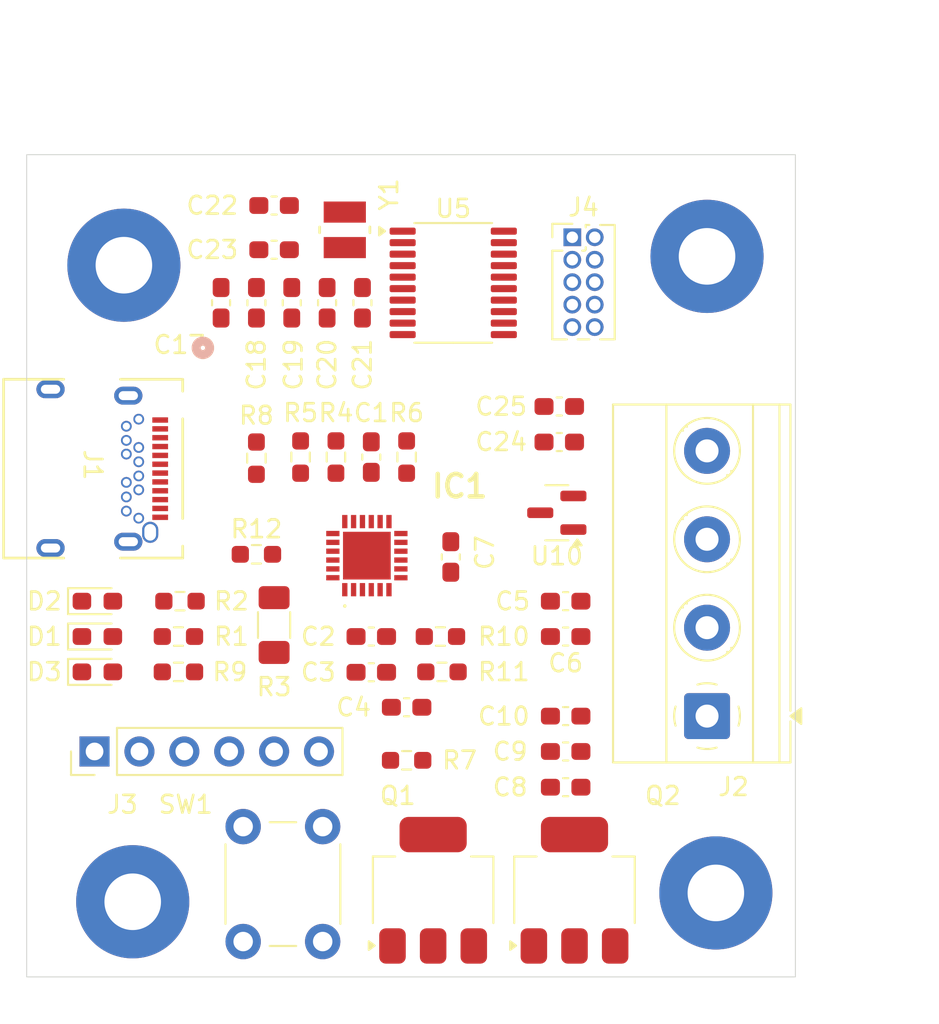
<source format=kicad_pcb>
(kicad_pcb (version 20241229) (generator "pcbnew") (generator_version "9.0")
  (layers (0 "F.Cu" signal) (2 "B.Cu" signal) (13 "F.Paste" user) (15 "B.Paste" user) (5 "F.SilkS" user "F.Silkscreen") (7 "B.SilkS" user "B.Silkscreen") (1 "F.Mask" user) (3 "B.Mask" user) (25 "Edge.Cuts" user))
  (net 0 "")
  (net 1 "Net-(IC1-IFB)")
  (net 2 "GND")
  (net 3 "VBUS")
  (net 4 "+5V")
  (net 5 "+3V3")
  (net 6 "/MCU/OSC_IN")
  (net 7 "/MCU/OSC_OUT")
  (net 8 "Net-(D1-A)")
  (net 9 "Net-(D2-A)")
  (net 10 "/MCU/STATUS_LED")
  (net 11 "/MCU/UART_TX")
  (net 12 "/MCU/UART_RX")
  (net 13 "Net-(IC1-LED)")
  (net 14 "Net-(IC1-OTP)")
  (net 15 "Net-(IC1-VOUT)")
  (net 16 "/MCU/NRST")
  (net 17 "/MCU/I2C_SDA")
  (net 18 "/MCU/I2C_SCL")
  (net 19 "+1V8")
  (net 20 "VOUT")
  (net 21 "Net-(Q1-D)")
  (net 22 "Net-(Q1-G)")
  (net 23 "Net-(IC1-VCC)")
  (net 24 "/USB_C_IC/CC2")
  (net 25 "/USB_C_IC/CC1")
  (net 27 "/USB_C_IC/data_-")
  (net 34 "/USB_C_IC/PWR_EN")
  (net 36 "/USB_C_IC/data_+")
  (net 49 "/MCU/SWCLK")
  (net 55 "/MCU/SWDIO")
  (net 63 "Net-(D3-A)")
  (footprint "LED_SMD:LED_0603_1608Metric_Pad1.05x0.95mm_HandSolder" (layer "F.Cu") (at 122.5 108.5)
    (property "Reference" "D2" (at -3 0 0) (layer "F.SilkS"))
    (property "Value" "LED")
    (fp_line (start -1.66 -0.735) (end -1.66 0.735) (stroke (width 0.12)) (layer "F.SilkS"))
    (fp_line (start -1.66 0.735) (end 0.8 0.735) (stroke (width 0.12)) (layer "F.SilkS"))
    (fp_line (start 0.8 -0.735) (end -1.66 -0.735) (stroke (width 0.12)) (layer "F.SilkS"))
    (pad "1" smd roundrect (at -0.875 0) (size 1.05 0.95) (layers "F.Cu" "F.Mask" "F.Paste") (net 2 "GND"))
    (pad "2" smd roundrect (at 0.875 0) (size 1.05 0.95) (layers "F.Cu" "F.Mask" "F.Paste") (net 9 "Net-(D2-A)"))
  )
  (footprint "Resistor_SMD:R_0603_1608Metric_Pad0.98x0.95mm_HandSolder" (layer "F.Cu") (at 127.0875 112.5)
    (property "Reference" "R9" (at 2.9125 0 0) (layer "F.SilkS"))
    (property "Value" "1k")
    (fp_line (start -0.254724 -0.5225) (end 0.254724 -0.5225) (stroke (width 0.12)) (layer "F.SilkS"))
    (fp_line (start -0.254724 0.5225) (end 0.254724 0.5225) (stroke (width 0.12)) (layer "F.SilkS"))
    (pad "1" smd roundrect (at -0.9125 0) (size 0.975 0.95) (layers "F.Cu" "F.Mask" "F.Paste") (net 63 "Net-(D3-A)"))
    (pad "2" smd roundrect (at 0.9125 0) (size 0.975 0.95) (layers "F.Cu" "F.Mask" "F.Paste") (net 10 "/MCU/STATUS_LED"))
  )
  (footprint "Capacitor_SMD:C_0603_1608Metric_Pad1.08x0.95mm_HandSolder" (layer "F.Cu") (at 140 114.5)
    (property "Reference" "C4" (at -3 0 0) (layer "F.SilkS"))
    (property "Value" "100n")
    (fp_line (start -0.146267 -0.51) (end 0.146267 -0.51) (stroke (width 0.12)) (layer "F.SilkS"))
    (fp_line (start -0.146267 0.51) (end 0.146267 0.51) (stroke (width 0.12)) (layer "F.SilkS"))
    (pad "1" smd roundrect (at -0.8625 0) (size 1.075 0.95) (layers "F.Cu" "F.Mask" "F.Paste") (net 3 "VBUS"))
    (pad "2" smd roundrect (at 0.8625 0) (size 1.075 0.95) (layers "F.Cu" "F.Mask" "F.Paste") (net 2 "GND"))
  )
  (footprint "Capacitor_SMD:C_0603_1608Metric_Pad1.08x0.95mm_HandSolder" (layer "F.Cu") (at 138 110.5)
    (property "Reference" "C2" (at -3 0 0) (layer "F.SilkS"))
    (property "Value" "10u")
    (fp_line (start -0.146267 -0.51) (end 0.146267 -0.51) (stroke (width 0.12)) (layer "F.SilkS"))
    (fp_line (start -0.146267 0.51) (end 0.146267 0.51) (stroke (width 0.12)) (layer "F.SilkS"))
    (pad "1" smd roundrect (at -0.8625 0) (size 1.075 0.95) (layers "F.Cu" "F.Mask" "F.Paste") (net 3 "VBUS"))
    (pad "2" smd roundrect (at 0.8625 0) (size 1.075 0.95) (layers "F.Cu" "F.Mask" "F.Paste") (net 2 "GND"))
  )
  (footprint "Connector_PinHeader_1.27mm:PinHeader_2x05_P1.27mm_Vertical" (layer "F.Cu") (at 149.375 87.92)
    (property "Reference" "J4" (at 0.635 -1.695 0) (layer "F.SilkS"))
    (property "Value" "Conn_ARM_JTAG_SWD_10")
    (fp_line (start -1.13 -0.76) (end 0 -0.76) (stroke (width 0.12)) (layer "F.SilkS"))
    (fp_line (start -1.13 0) (end -1.13 -0.76) (stroke (width 0.12)) (layer "F.SilkS"))
    (fp_line (start -1.13 0.76) (end -1.13 5.775) (stroke (width 0.12)) (layer "F.SilkS"))
    (fp_line (start -1.13 0.76) (end -0.563471 0.76) (stroke (width 0.12)) (layer "F.SilkS"))
    (fp_line (start -1.13 5.775) (end -0.30753 5.775) (stroke (width 0.12)) (layer "F.SilkS"))
    (fp_line (start 0.30753 5.775) (end 0.96247 5.775) (stroke (width 0.12)) (layer "F.SilkS"))
    (fp_line (start 0.563471 0.76) (end 0.706529 0.76) (stroke (width 0.12)) (layer "F.SilkS"))
    (fp_line (start 0.76 -0.695) (end 0.96247 -0.695) (stroke (width 0.12)) (layer "F.SilkS"))
    (fp_line (start 0.76 -0.563471) (end 0.76 -0.695) (stroke (width 0.12)) (layer "F.SilkS"))
    (fp_line (start 0.76 0.706529) (end 0.76 0.563471) (stroke (width 0.12)) (layer "F.SilkS"))
    (fp_line (start 1.57753 -0.695) (end 2.4 -0.695) (stroke (width 0.12)) (layer "F.SilkS"))
    (fp_line (start 1.57753 5.775) (end 2.4 5.775) (stroke (width 0.12)) (layer "F.SilkS"))
    (fp_line (start 2.4 -0.695) (end 2.4 5.775) (stroke (width 0.12)) (layer "F.SilkS"))
    (pad "1" thru_hole rect (at 0 0) (size 1 1) (drill 0.65) (layers "*.Cu" "*.Mask") (net 5 "+3V3"))
    (pad "2" thru_hole oval (at 1.27 0) (size 1 1) (drill 0.65) (layers "*.Cu" "*.Mask") (net 55 "/MCU/SWDIO"))
    (pad "3" thru_hole oval (at 0 1.27) (size 1 1) (drill 0.65) (layers "*.Cu" "*.Mask") (net 2 "GND"))
    (pad "4" thru_hole oval (at 1.27 1.27) (size 1 1) (drill 0.65) (layers "*.Cu" "*.Mask") (net 49 "/MCU/SWCLK"))
    (pad "5" thru_hole oval (at 0 2.54) (size 1 1) (drill 0.65) (layers "*.Cu" "*.Mask") (net 2 "GND"))
    (pad "6" thru_hole oval (at 1.27 2.54) (size 1 1) (drill 0.65) (layers "*.Cu" "*.Mask"))
    (pad "7" thru_hole oval (at 0 3.81) (size 1 1) (drill 0.65) (layers "*.Cu" "*.Mask"))
    (pad "8" thru_hole oval (at 1.27 3.81) (size 1 1) (drill 0.65) (layers "*.Cu" "*.Mask"))
    (pad "9" thru_hole oval (at 0 5.08) (size 1 1) (drill 0.65) (layers "*.Cu" "*.Mask") (net 2 "GND"))
    (pad "10" thru_hole oval (at 1.27 5.08) (size 1 1) (drill 0.65) (layers "*.Cu" "*.Mask") (net 16 "/MCU/NRST"))
  )
  (footprint "Capacitor_SMD:C_0603_1608Metric_Pad1.08x0.95mm_HandSolder" (layer "F.Cu") (at 149 117 180)
    (property "Reference" "C9" (at 3.1375 0 0) (layer "F.SilkS"))
    (property "Value" "1u")
    (fp_line (start -0.146267 0.51) (end 0.146267 0.51) (stroke (width 0.12)) (layer "F.SilkS"))
    (fp_line (start -0.146267 -0.51) (end 0.146267 -0.51) (stroke (width 0.12)) (layer "F.SilkS"))
    (pad "1" smd roundrect (at -0.8625 0 180) (size 1.075 0.95) (layers "F.Cu" "F.Mask" "F.Paste") (net 20 "VOUT"))
    (pad "2" smd roundrect (at 0.8625 0 180) (size 1.075 0.95) (layers "F.Cu" "F.Mask" "F.Paste") (net 2 "GND"))
  )
  (footprint "Resistor_SMD:R_0603_1608Metric_Pad0.98x0.95mm_HandSolder" (layer "F.Cu") (at 127.175 108.5 180)
    (property "Reference" "R2" (at -2.9125 0 0) (layer "F.SilkS"))
    (property "Value" "100k")
    (fp_line (start -0.254724 0.5225) (end 0.254724 0.5225) (stroke (width 0.12)) (layer "F.SilkS"))
    (fp_line (start -0.254724 -0.5225) (end 0.254724 -0.5225) (stroke (width 0.12)) (layer "F.SilkS"))
    (pad "1" smd roundrect (at -0.9125 0 180) (size 0.975 0.95) (layers "F.Cu" "F.Mask" "F.Paste") (net 3 "VBUS"))
    (pad "2" smd roundrect (at 0.9125 0 180) (size 0.975 0.95) (layers "F.Cu" "F.Mask" "F.Paste") (net 9 "Net-(D2-A)"))
  )
  (footprint "MountingHole:MountingHole_3.2mm_M3_Pad" (layer "F.Cu") (at 124.5 125.5)
    (property "Reference" "H4" (hide yes))
    (property "Value" "MountingHole_Pad")
    (pad "1" thru_hole circle (at 0 0) (size 6.4 6.4) (drill 3.2) (layers "*.Cu" "*.Mask") (net 2 "GND"))
  )
  (footprint "Library:SOT-223-3_TabPin2" (layer "F.Cu") (at 149.5 124.85 90)
    (property "Reference" "Q2" (at 5.35 5 180) (layer "F.SilkS"))
    (property "Value" "BUK7880-55A/CUX")
    (fp_line (start 1.91 -3.41) (end 1.91 -2.15) (stroke (width 0.12)) (layer "F.SilkS"))
    (fp_line (start -1.85 -3.41) (end 1.91 -3.41) (stroke (width 0.12)) (layer "F.SilkS"))
    (fp_line (start 1.91 3.41) (end 1.91 2.15) (stroke (width 0.12)) (layer "F.SilkS"))
    (fp_line (start -1.85 3.41) (end 1.91 3.41) (stroke (width 0.12)) (layer "F.SilkS"))
    (fp_poly (pts (xy -3.13 -3.31) (xy -3.37 -3.64) (xy -2.89 -3.64) (xy -3.13 -3.31)) (stroke (width 0.12)) (fill yes) (layer "F.SilkS"))
    (pad "1" smd roundrect (at -3.15 0 90) (size 2 1.5) (layers "F.Cu" "F.Mask" "F.Paste") (net 21 "Net-(Q1-D)"))
    (pad "1" smd roundrect (at 3.15 0 90) (size 2 3.8) (layers "F.Cu" "F.Mask" "F.Paste") (net 21 "Net-(Q1-D)"))
    (pad "2" smd roundrect (at -3.15 -2.3 90) (size 2 1.5) (layers "F.Cu" "F.Mask" "F.Paste") (net 22 "Net-(Q1-G)"))
    (pad "3" smd roundrect (at -3.15 2.3 90) (size 2 1.5) (layers "F.Cu" "F.Mask" "F.Paste") (net 20 "VOUT"))
  )
  (footprint "Capacitor_SMD:C_0603_1608Metric_Pad1.08x0.95mm_HandSolder" (layer "F.Cu") (at 137.5 91.625 -90)
    (property "Reference" "C21" (at 3.5 0 90) (layer "F.SilkS"))
    (property "Value" "10n")
    (fp_line (start -0.146267 0.51) (end 0.146267 0.51) (stroke (width 0.12)) (layer "F.SilkS"))
    (fp_line (start -0.146267 -0.51) (end 0.146267 -0.51) (stroke (width 0.12)) (layer "F.SilkS"))
    (pad "1" smd roundrect (at -0.8625 0 270) (size 1.075 0.95) (layers "F.Cu" "F.Mask" "F.Paste") (net 5 "+3V3"))
    (pad "2" smd roundrect (at 0.8625 0 270) (size 1.075 0.95) (layers "F.Cu" "F.Mask" "F.Paste") (net 2 "GND"))
  )
  (footprint "Button_Switch_THT:SW_PUSH_6mm" (layer "F.Cu") (at 135.25 121.25 -90)
    (property "Reference" "SW1" (at -1.25 7.75 180) (layer "F.SilkS"))
    (property "Value" "SW_Push")
    (fp_line (start 1 5.5) (end 5.5 5.5) (stroke (width 0.12)) (layer "F.SilkS"))
    (fp_line (start 6.75 3) (end 6.75 1.5) (stroke (width 0.12)) (layer "F.SilkS"))
    (fp_line (start -0.25 1.5) (end -0.25 3) (stroke (width 0.12)) (layer "F.SilkS"))
    (fp_line (start 5.5 -1) (end 1 -1) (stroke (width 0.12)) (layer "F.SilkS"))
    (pad "1" thru_hole circle (at 0 0) (size 2 2) (drill 1.1) (layers "*.Cu" "*.Mask") (net 2 "GND"))
    (pad "1" thru_hole circle (at 6.5 0) (size 2 2) (drill 1.1) (layers "*.Cu" "*.Mask") (net 2 "GND"))
    (pad "2" thru_hole circle (at 0 4.5) (size 2 2) (drill 1.1) (layers "*.Cu" "*.Mask") (net 16 "/MCU/NRST"))
    (pad "2" thru_hole circle (at 6.5 4.5) (size 2 2) (drill 1.1) (layers "*.Cu" "*.Mask") (net 16 "/MCU/NRST"))
  )
  (footprint "Resistor_SMD:R_0603_1608Metric_Pad0.98x0.95mm_HandSolder" (layer "F.Cu") (at 131.5 105.85)
    (property "Reference" "R12" (at 0 -1.43 0) (layer "F.SilkS"))
    (property "Value" "10")
    (fp_line (start -0.254724 -0.5225) (end 0.254724 -0.5225) (stroke (width 0.12)) (layer "F.SilkS"))
    (fp_line (start -0.254724 0.5225) (end 0.254724 0.5225) (stroke (width 0.12)) (layer "F.SilkS"))
    (pad "1" smd roundrect (at -0.9125 0) (size 0.975 0.95) (layers "F.Cu" "F.Mask" "F.Paste") (net 22 "Net-(Q1-G)"))
    (pad "2" smd roundrect (at 0.9125 0) (size 0.975 0.95) (layers "F.Cu" "F.Mask" "F.Paste") (net 34 "/USB_C_IC/PWR_EN"))
  )
  (footprint "footprints:CONN24_4056-03-A_GCT" (layer "F.Cu") (at 126.0544 98.255507 -90)
    (property "Reference" "J1" (at 2.54 3.81 270) (layer "F.SilkS"))
    (property "Value" "USB_C_Receptacle")
    (fp_line (start -2.303907 8.8616) (end 7.805293 8.8616) (stroke (width 0.1524)) (layer "F.SilkS"))
    (fp_line (start 7.805293 8.8616) (end 7.805293 5.45674) (stroke (width 0.1524)) (layer "F.SilkS"))
    (fp_line (start -2.303907 5.45674) (end -2.303907 8.8616) (stroke (width 0.1524)) (layer "F.SilkS"))
    (fp_line (start 7.805293 2.25126) (end 7.805293 -1.273) (stroke (width 0.1524)) (layer "F.SilkS"))
    (fp_line (start -2.303907 -1.273) (end -2.303907 2.25126) (stroke (width 0.1524)) (layer "F.SilkS"))
    (fp_line (start -1.628972 -1.273) (end -2.303907 -1.273) (stroke (width 0.1524)) (layer "F.SilkS"))
    (fp_line (start 5.571029 -1.273) (end -0.069643 -1.273) (stroke (width 0.1524)) (layer "F.SilkS"))
    (fp_line (start 7.805293 -1.273) (end 7.130358 -1.273) (stroke (width 0.1524)) (layer "F.SilkS"))
    (fp_circle (center -4.081907 -2.416) (end -3.700907 -2.416) (stroke (width 0.508)) (fill no) (layer "F.SilkS"))
    (fp_circle (center -4.081907 -2.416) (end -3.700907 -2.416) (stroke (width 0.508)) (fill no) (layer "B.SilkS"))
    (pad "" np_thru_hole circle (at -0.849307 0.565 270) (size 0.6604 0.6604) (drill 0.6604) (layers "*.Cu" "*.Mask"))
    (pad "25" thru_hole oval (at -1.379306 1.805) (size 1.6002 1.016) (drill oval 1.0922 0.508) (layers "*.Cu" "*.Mask"))
    (pad "26" thru_hole oval (at -1.739308 6.205) (size 1.6002 1.016) (drill oval 1.0922 0.508) (layers "*.Cu" "*.Mask"))
    (pad "27" thru_hole oval (at 6.880692 1.805) (size 1.6002 1.016) (drill oval 1.0922 0.508) (layers "*.Cu" "*.Mask"))
    (pad "28" thru_hole oval (at 7.240694 6.205) (size 1.6002 1.016) (drill oval 1.0922 0.508) (layers "*.Cu" "*.Mask"))
    (pad "29" thru_hole oval (at 6.350693 0.565 270) (size 1.1938 0.9144) (drill oval 0.9398 0.6604) (layers "*.Cu" "*.Mask"))
    (pad "A1" smd rect (at 0 0 270) (size 0.3048 0.889) (layers "F.Cu" "F.Mask" "F.Paste") (net 2 "GND"))
    (pad "A2" smd rect (at 0.500126 0 270) (size 0.3048 0.889) (layers "F.Cu" "F.Mask" "F.Paste"))
    (pad "A3" smd rect (at 1.000252 0 270) (size 0.3048 0.889) (layers "F.Cu" "F.Mask" "F.Paste"))
    (pad "A4" smd rect (at 1.500378 0 270) (size 0.3048 0.889) (layers "F.Cu" "F.Mask" "F.Paste") (net 3 "VBUS"))
    (pad "A5" smd rect (at 2.000504 0 270) (size 0.3048 0.889) (layers "F.Cu" "F.Mask" "F.Paste") (net 25 "/USB_C_IC/CC1"))
    (pad "A6" smd rect (at 2.50063 0 270) (size 0.3048 0.889) (layers "F.Cu" "F.Mask" "F.Paste") (net 36 "/USB_C_IC/data_+"))
    (pad "A7" smd rect (at 3.000756 0 270) (size 0.3048 0.889) (layers "F.Cu" "F.Mask" "F.Paste") (net 27 "/USB_C_IC/data_-"))
    (pad "A8" smd rect (at 3.500882 0 270) (size 0.3048 0.889) (layers "F.Cu" "F.Mask" "F.Paste"))
    (pad "A9" smd rect (at 4.001008 0 270) (size 0.3048 0.889) (layers "F.Cu" "F.Mask" "F.Paste") (net 3 "VBUS"))
    (pad "A10" smd rect (at 4.501134 0 270) (size 0.3048 0.889) (layers "F.Cu" "F.Mask" "F.Paste"))
    (pad "A11" smd rect (at 5.00126 0 270) (size 0.3048 0.889) (layers "F.Cu" "F.Mask" "F.Paste"))
    (pad "A12" smd rect (at 5.501386 0 270) (size 0.3048 0.889) (layers "F.Cu" "F.Mask" "F.Paste") (net 2 "GND"))
    (pad "B1" thru_hole circle (at 5.550886 1.215 270) (size 0.6096 0.6096) (drill 0.4064) (layers "*.Cu" "*.Mask") (net 2 "GND"))
    (pad "B2" thru_hole circle (at 5.15076 1.915 270) (size 0.6096 0.6096) (drill 0.4064) (layers "*.Cu" "*.Mask"))
    (pad "B3" thru_hole circle (at 4.350634 1.915 270) (size 0.6096 0.6096) (drill 0.4064) (layers "*.Cu" "*.Mask"))
    (pad "B4" thru_hole circle (at 3.950508 1.215 270) (size 0.6096 0.6096) (drill 0.4064) (layers "*.Cu" "*.Mask") (net 3 "VBUS"))
    (pad "B5" thru_hole circle (at 3.525882 1.915 270) (size 0.6096 0.6096) (drill 0.4064) (layers "*.Cu" "*.Mask") (net 24 "/USB_C_IC/CC2"))
    (pad "B6" thru_hole circle (at 3.163256 1.215 270) (size 0.6096 0.6096) (drill 0.4064) (layers "*.Cu" "*.Mask") (net 36 "/USB_C_IC/data_+"))
    (pad "B7" thru_hole circle (at 2.36313 1.215 270) (size 0.6096 0.6096) (drill 0.4064) (layers "*.Cu" "*.Mask") (net 27 "/USB_C_IC/data_-"))
    (pad "B8" thru_hole circle (at 1.925504 1.915 270) (size 0.6096 0.6096) (drill 0.4064) (layers "*.Cu" "*.Mask"))
    (pad "B9" thru_hole circle (at 1.550878 1.215 270) (size 0.6096 0.6096) (drill 0.4064) (layers "*.Cu" "*.Mask") (net 3 "VBUS"))
    (pad "B10" thru_hole circle (at 1.150752 1.915 270) (size 0.6096 0.6096) (drill 0.4064) (layers "*.Cu" "*.Mask"))
    (pad "B11" thru_hole circle (at 0.350626 1.915 270) (size 0.6096 0.6096) (drill 0.4064) (layers "*.Cu" "*.Mask"))
    (pad "B12" thru_hole circle (at -0.0495 1.215 270) (size 0.6096 0.6096) (drill 0.4064) (layers "*.Cu" "*.Mask") (net 2 "GND"))
  )
  (footprint "MountingHole:MountingHole_3.2mm_M3_Pad" (layer "F.Cu") (at 124 89.5)
    (property "Reference" "H3" (hide yes))
    (property "Value" "MountingHole_Pad")
    (pad "1" thru_hole circle (at 0 0) (size 6.4 6.4) (drill 3.2) (layers "*.Cu" "*.Mask") (net 2 "GND"))
  )
  (footprint "Capacitor_SMD:C_0603_1608Metric_Pad1.08x0.95mm_HandSolder" (layer "F.Cu") (at 149 110.5)
    (property "Reference" "C6" (at 0 1.5 0) (layer "F.SilkS"))
    (property "Value" "100n")
    (fp_line (start -0.146267 -0.51) (end 0.146267 -0.51) (stroke (width 0.12)) (layer "F.SilkS"))
    (fp_line (start -0.146267 0.51) (end 0.146267 0.51) (stroke (width 0.12)) (layer "F.SilkS"))
    (pad "1" smd roundrect (at -0.8625 0) (size 1.075 0.95) (layers "F.Cu" "F.Mask" "F.Paste") (net 4 "+5V"))
    (pad "2" smd roundrect (at 0.8625 0) (size 1.075 0.95) (layers "F.Cu" "F.Mask" "F.Paste") (net 2 "GND"))
  )
  (footprint "TerminalBlock_Phoenix:TerminalBlock_Phoenix_MKDS-1,5-4_1x04_P5.00mm_Horizontal" (layer "F.Cu") (at 157 115 90)
    (property "Reference" "J2" (at -4 1.5 180) (layer "F.SilkS"))
    (property "Value" "Screw_Terminal_01x04")
    (fp_line (start 17.62 -5.32) (end 17.62 4.72) (stroke (width 0.12)) (layer "F.SilkS"))
    (fp_line (start -2.62 -5.32) (end 17.62 -5.32) (stroke (width 0.12)) (layer "F.SilkS"))
    (fp_line (start -2.62 -5.32) (end -2.62 4.72) (stroke (width 0.12)) (layer "F.SilkS"))
    (fp_line (start -2.62 -2.3) (end 17.62 -2.3) (stroke (width 0.12)) (layer "F.SilkS"))
    (fp_line (start 16.184 -1.411) (end 16.14 -1.367) (stroke (width 0.12)) (layer "F.SilkS"))
    (fp_line (start 11.184 -1.411) (end 11.14 -1.367) (stroke (width 0.12)) (layer "F.SilkS"))
    (fp_line (start 6.184 -1.411) (end 6.14 -1.367) (stroke (width 0.12)) (layer "F.SilkS"))
    (fp_line (start 16.411 -1.184) (end 16.367 -1.14) (stroke (width 0.12)) (layer "F.SilkS"))
    (fp_line (start 11.411 -1.184) (end 11.367 -1.14) (stroke (width 0.12)) (layer "F.SilkS"))
    (fp_line (start 6.411 -1.184) (end 6.367 -1.14) (stroke (width 0.12)) (layer "F.SilkS"))
    (fp_line (start 13.633 1.14) (end 13.589 1.183) (stroke (width 0.12)) (layer "F.SilkS"))
    (fp_line (start 8.633 1.14) (end 8.589 1.183) (stroke (width 0.12)) (layer "F.SilkS"))
    (fp_line (start 3.633 1.14) (end 3.589 1.183) (stroke (width 0.12)) (layer "F.SilkS"))
    (fp_line (start 13.86 1.367) (end 13.816 1.41) (stroke (width 0.12)) (layer "F.SilkS"))
    (fp_line (start 8.86 1.367) (end 8.816 1.41) (stroke (width 0.12)) (layer "F.SilkS"))
    (fp_line (start 3.86 1.367) (end 3.816 1.41) (stroke (width 0.12)) (layer "F.SilkS"))
    (fp_line (start -2.62 2.6) (end 17.62 2.6) (stroke (width 0.12)) (layer "F.SilkS"))
    (fp_line (start -2.62 4.1) (end 17.62 4.1) (stroke (width 0.12)) (layer "F.SilkS"))
    (fp_line (start 0.3 4.72) (end 17.62 4.72) (stroke (width 0.12)) (layer "F.SilkS"))
    (fp_line (start -2.62 4.72) (end -0.3 4.72) (stroke (width 0.12)) (layer "F.SilkS"))
    (fp_arc (start -0.54 -1.78) (mid -0.000355 -1.860107) (end 0.539321 -1.780206) (stroke (width 0.12)) (layer "F.SilkS"))
    (fp_arc (start 1.78 -0.54) (mid 1.860107 -0.000355) (end 1.780206 0.539321) (stroke (width 0.12)) (layer "F.SilkS"))
    (fp_arc (start -1.78 0.54) (mid -1.860107 0.000355) (end -1.780206 -0.539321) (stroke (width 0.12)) (layer "F.SilkS"))
    (fp_arc (start 0.54 1.78) (mid 0.000355 1.860107) (end -0.539321 1.780206) (stroke (width 0.12)) (layer "F.SilkS"))
    (fp_circle (center 15 0) (end 16.86 0) (stroke (width 0.12)) (fill no) (layer "F.SilkS"))
    (fp_circle (center 10 0) (end 11.86 0) (stroke (width 0.12)) (fill no) (layer "F.SilkS"))
    (fp_circle (center 5 0) (end 6.86 0) (stroke (width 0.12)) (fill no) (layer "F.SilkS"))
    (fp_poly (pts (xy 0 4.72) (xy 0.44 5.33) (xy -0.44 5.33) (xy 0 4.72)) (stroke (width 0.12)) (fill yes) (layer "F.SilkS"))
    (pad "1" thru_hole roundrect (at 0 0 90) (size 2.6 2.6) (drill 1.3) (layers "*.Cu" "*.Mask") (roundrect_rratio 0.096154) (net 20 "VOUT"))
    (pad "2" thru_hole circle (at 5 0 90) (size 2.6 2.6) (drill 1.3) (layers "*.Cu" "*.Mask") (net 20 "VOUT"))
    (pad "3" thru_hole circle (at 10 0 90) (size 2.6 2.6) (drill 1.3) (layers "*.Cu" "*.Mask") (net 2 "GND"))
    (pad "4" thru_hole circle (at 15 0 90) (size 2.6 2.6) (drill 1.3) (layers "*.Cu" "*.Mask") (net 2 "GND"))
  )
  (footprint "Package_SO:TSSOP-20_4.4x6.5mm_P0.65mm" (layer "F.Cu") (at 142.6375 90.5)
    (property "Reference" "U5" (at 0 -4.2 0) (layer "F.SilkS"))
    (property "Value" "STM32C011F6Px")
    (fp_line (start 0 -3.385) (end -2.2 -3.385) (stroke (width 0.12)) (layer "F.SilkS"))
    (fp_line (start 0 -3.385) (end 2.2 -3.385) (stroke (width 0.12)) (layer "F.SilkS"))
    (fp_line (start 0 3.385) (end -2.2 3.385) (stroke (width 0.12)) (layer "F.SilkS"))
    (fp_line (start 0 3.385) (end 2.2 3.385) (stroke (width 0.12)) (layer "F.SilkS"))
    (fp_poly (pts (xy -3.86 -2.925) (xy -4.19 -3.165) (xy -4.19 -2.685) (xy -3.86 -2.925)) (stroke (width 0.12)) (fill yes) (layer "F.SilkS"))
    (pad "1" smd roundrect (at -2.8625 -2.925) (size 1.475 0.4) (layers "F.Cu" "F.Mask" "F.Paste") (net 17 "/MCU/I2C_SDA"))
    (pad "2" smd roundrect (at -2.8625 -2.275) (size 1.475 0.4) (layers "F.Cu" "F.Mask" "F.Paste") (net 6 "/MCU/OSC_IN"))
    (pad "3" smd roundrect (at -2.8625 -1.625) (size 1.475 0.4) (layers "F.Cu" "F.Mask" "F.Paste") (net 7 "/MCU/OSC_OUT"))
    (pad "4" smd roundrect (at -2.8625 -0.975) (size 1.475 0.4) (layers "F.Cu" "F.Mask" "F.Paste") (net 5 "+3V3"))
    (pad "5" smd roundrect (at -2.8625 -0.325) (size 1.475 0.4) (layers "F.Cu" "F.Mask" "F.Paste") (net 2 "GND"))
    (pad "6" smd roundrect (at -2.8625 0.325) (size 1.475 0.4) (layers "F.Cu" "F.Mask" "F.Paste") (net 16 "/MCU/NRST"))
    (pad "7" smd roundrect (at -2.8625 0.975) (size 1.475 0.4) (layers "F.Cu" "F.Mask" "F.Paste") (net 11 "/MCU/UART_TX"))
    (pad "8" smd roundrect (at -2.8625 1.625) (size 1.475 0.4) (layers "F.Cu" "F.Mask" "F.Paste") (net 12 "/MCU/UART_RX"))
    (pad "9" smd roundrect (at -2.8625 2.275) (size 1.475 0.4) (layers "F.Cu" "F.Mask" "F.Paste"))
    (pad "10" smd roundrect (at -2.8625 2.925) (size 1.475 0.4) (layers "F.Cu" "F.Mask" "F.Paste"))
    (pad "11" smd roundrect (at 2.8625 2.925) (size 1.475 0.4) (layers "F.Cu" "F.Mask" "F.Paste") (net 10 "/MCU/STATUS_LED"))
    (pad "12" smd roundrect (at 2.8625 2.275) (size 1.475 0.4) (layers "F.Cu" "F.Mask" "F.Paste"))
    (pad "13" smd roundrect (at 2.8625 1.625) (size 1.475 0.4) (layers "F.Cu" "F.Mask" "F.Paste"))
    (pad "14" smd roundrect (at 2.8625 0.975) (size 1.475 0.4) (layers "F.Cu" "F.Mask" "F.Paste"))
    (pad "15" smd roundrect (at 2.8625 0.325) (size 1.475 0.4) (layers "F.Cu" "F.Mask" "F.Paste"))
    (pad "16" smd roundrect (at 2.8625 -0.325) (size 1.475 0.4) (layers "F.Cu" "F.Mask" "F.Paste"))
    (pad "17" smd roundrect (at 2.8625 -0.975) (size 1.475 0.4) (layers "F.Cu" "F.Mask" "F.Paste"))
    (pad "18" smd roundrect (at 2.8625 -1.625) (size 1.475 0.4) (layers "F.Cu" "F.Mask" "F.Paste") (net 55 "/MCU/SWDIO"))
    (pad "19" smd roundrect (at 2.8625 -2.275) (size 1.475 0.4) (layers "F.Cu" "F.Mask" "F.Paste") (net 49 "/MCU/SWCLK"))
    (pad "20" smd roundrect (at 2.8625 -2.925) (size 1.475 0.4) (layers "F.Cu" "F.Mask" "F.Paste") (net 18 "/MCU/I2C_SCL"))
  )
  (footprint "Resistor_SMD:R_0603_1608Metric_Pad0.98x0.95mm_HandSolder" (layer "F.Cu") (at 142 112.5 180)
    (property "Reference" "R11" (at -3.5 0 0) (layer "F.SilkS"))
    (property "Value" "*")
    (fp_line (start -0.254724 0.5225) (end 0.254724 0.5225) (stroke (width 0.12)) (layer "F.SilkS"))
    (fp_line (start -0.254724 -0.5225) (end 0.254724 -0.5225) (stroke (width 0.12)) (layer "F.SilkS"))
    (pad "1" smd roundrect (at -0.9125 0 180) (size 0.975 0.95) (layers "F.Cu" "F.Mask" "F.Paste") (net 4 "+5V"))
    (pad "2" smd roundrect (at 0.9125 0 180) (size 0.975 0.95) (layers "F.Cu" "F.Mask" "F.Paste") (net 17 "/MCU/I2C_SDA"))
  )
  (footprint "Capacitor_SMD:C_0603_1608Metric_Pad1.08x0.95mm_HandSolder" (layer "F.Cu") (at 138 112.52)
    (property "Reference" "C3" (at -3 0 0) (layer "F.SilkS"))
    (property "Value" "1u")
    (fp_line (start -0.146267 -0.51) (end 0.146267 -0.51) (stroke (width 0.12)) (layer "F.SilkS"))
    (fp_line (start -0.146267 0.51) (end 0.146267 0.51) (stroke (width 0.12)) (layer "F.SilkS"))
    (pad "1" smd roundrect (at -0.8625 0) (size 1.075 0.95) (layers "F.Cu" "F.Mask" "F.Paste") (net 3 "VBUS"))
    (pad "2" smd roundrect (at 0.8625 0) (size 1.075 0.95) (layers "F.Cu" "F.Mask" "F.Paste") (net 2 "GND"))
  )
  (footprint "Library:SOT-223-3_TabPin2" (layer "F.Cu") (at 141.5 124.85 90)
    (property "Reference" "Q1" (at 5.35 -2 180) (layer "F.SilkS"))
    (property "Value" "BUK7880-55A/CUX")
    (fp_line (start 1.91 -3.41) (end 1.91 -2.15) (stroke (width 0.12)) (layer "F.SilkS"))
    (fp_line (start -1.85 -3.41) (end 1.91 -3.41) (stroke (width 0.12)) (layer "F.SilkS"))
    (fp_line (start 1.91 3.41) (end 1.91 2.15) (stroke (width 0.12)) (layer "F.SilkS"))
    (fp_line (start -1.85 3.41) (end 1.91 3.41) (stroke (width 0.12)) (layer "F.SilkS"))
    (fp_poly (pts (xy -3.13 -3.31) (xy -3.37 -3.64) (xy -2.89 -3.64) (xy -3.13 -3.31)) (stroke (width 0.12)) (fill yes) (layer "F.SilkS"))
    (pad "1" smd roundrect (at -3.15 0 90) (size 2 1.5) (layers "F.Cu" "F.Mask" "F.Paste") (net 21 "Net-(Q1-D)"))
    (pad "1" smd roundrect (at 3.15 0 90) (size 2 3.8) (layers "F.Cu" "F.Mask" "F.Paste") (net 21 "Net-(Q1-D)"))
    (pad "2" smd roundrect (at -3.15 -2.3 90) (size 2 1.5) (layers "F.Cu" "F.Mask" "F.Paste") (net 22 "Net-(Q1-G)"))
    (pad "3" smd roundrect (at -3.15 2.3 90) (size 2 1.5) (layers "F.Cu" "F.Mask" "F.Paste") (net 23 "Net-(IC1-VCC)"))
  )
  (footprint "Connector_PinHeader_2.54mm:PinHeader_1x06_P2.54mm_Vertical" (layer "F.Cu") (at 122.34 117 90)
    (property "Reference" "J3" (at -3 1.58 180) (layer "F.SilkS"))
    (property "Value" "Conn_01x06_Pin")
    (fp_line (start -1.33 -1.33) (end 0 -1.33) (stroke (width 0.12)) (layer "F.SilkS"))
    (fp_line (start -1.33 0) (end -1.33 -1.33) (stroke (width 0.12)) (layer "F.SilkS"))
    (fp_line (start 1.33 1.27) (end 1.33 14.03) (stroke (width 0.12)) (layer "F.SilkS"))
    (fp_line (start -1.33 1.27) (end 1.33 1.27) (stroke (width 0.12)) (layer "F.SilkS"))
    (fp_line (start -1.33 1.27) (end -1.33 14.03) (stroke (width 0.12)) (layer "F.SilkS"))
    (fp_line (start -1.33 14.03) (end 1.33 14.03) (stroke (width 0.12)) (layer "F.SilkS"))
    (pad "1" thru_hole rect (at 0 0 90) (size 1.7 1.7) (drill 1) (layers "*.Cu" "*.Mask") (net 2 "GND"))
    (pad "2" thru_hole oval (at 0 2.54 90) (size 1.7 1.7) (drill 1) (layers "*.Cu" "*.Mask"))
    (pad "3" thru_hole oval (at 0 5.08 90) (size 1.7 1.7) (drill 1) (layers "*.Cu" "*.Mask"))
    (pad "4" thru_hole oval (at 0 7.62 90) (size 1.7 1.7) (drill 1) (layers "*.Cu" "*.Mask") (net 12 "/MCU/UART_RX"))
    (pad "5" thru_hole oval (at 0 10.16 90) (size 1.7 1.7) (drill 1) (layers "*.Cu" "*.Mask") (net 11 "/MCU/UART_TX"))
    (pad "6" thru_hole oval (at 0 12.7 90) (size 1.7 1.7) (drill 1) (layers "*.Cu" "*.Mask"))
  )
  (footprint "Resistor_SMD:R_0603_1608Metric_Pad0.98x0.95mm_HandSolder" (layer "F.Cu") (at 134 100.35 -90)
    (property "Reference" "R5" (at -2.5 0 180) (layer "F.SilkS"))
    (property "Value" "5.1k")
    (fp_line (start -0.254724 0.5225) (end 0.254724 0.5225) (stroke (width 0.12)) (layer "F.SilkS"))
    (fp_line (start -0.254724 -0.5225) (end 0.254724 -0.5225) (stroke (width 0.12)) (layer "F.SilkS"))
    (pad "1" smd roundrect (at -0.9125 0 270) (size 0.975 0.95) (layers "F.Cu" "F.Mask" "F.Paste") (net 2 "GND"))
    (pad "2" smd roundrect (at 0.9125 0 270) (size 0.975 0.95) (layers "F.Cu" "F.Mask" "F.Paste") (net 25 "/USB_C_IC/CC1"))
  )
  (footprint "Capacitor_SMD:C_0603_1608Metric_Pad1.08x0.95mm_HandSolder" (layer "F.Cu") (at 133.5 91.625 -90)
    (property "Reference" "C19" (at 3.5 -0.0925 90) (layer "F.SilkS"))
    (property "Value" "100n")
    (fp_line (start -0.146267 0.51) (end 0.146267 0.51) (stroke (width 0.12)) (layer "F.SilkS"))
    (fp_line (start -0.146267 -0.51) (end 0.146267 -0.51) (stroke (width 0.12)) (layer "F.SilkS"))
    (pad "1" smd roundrect (at -0.8625 0 270) (size 1.075 0.95) (layers "F.Cu" "F.Mask" "F.Paste") (net 5 "+3V3"))
    (pad "2" smd roundrect (at 0.8625 0 270) (size 1.075 0.95) (layers "F.Cu" "F.Mask" "F.Paste") (net 2 "GND"))
  )
  (footprint "Capacitor_SMD:C_0603_1608Metric_Pad1.08x0.95mm_HandSolder" (layer "F.Cu") (at 149 115 180)
    (property "Reference" "C10" (at 3.5 -0.01 0) (layer "F.SilkS"))
    (property "Value" "100n")
    (fp_line (start -0.146267 0.51) (end 0.146267 0.51) (stroke (width 0.12)) (layer "F.SilkS"))
    (fp_line (start -0.146267 -0.51) (end 0.146267 -0.51) (stroke (width 0.12)) (layer "F.SilkS"))
    (pad "1" smd roundrect (at -0.8625 0 180) (size 1.075 0.95) (layers "F.Cu" "F.Mask" "F.Paste") (net 20 "VOUT"))
    (pad "2" smd roundrect (at 0.8625 0 180) (size 1.075 0.95) (layers "F.Cu" "F.Mask" "F.Paste") (net 2 "GND"))
  )
  (footprint "Capacitor_SMD:C_0603_1608Metric_Pad1.08x0.95mm_HandSolder" (layer "F.Cu") (at 135.5 91.625 -90)
    (property "Reference" "C20" (at 3.5 0 90) (layer "F.SilkS"))
    (property "Value" "100n")
    (fp_line (start -0.146267 0.51) (end 0.146267 0.51) (stroke (width 0.12)) (layer "F.SilkS"))
    (fp_line (start -0.146267 -0.51) (end 0.146267 -0.51) (stroke (width 0.12)) (layer "F.SilkS"))
    (pad "1" smd roundrect (at -0.8625 0 270) (size 1.075 0.95) (layers "F.Cu" "F.Mask" "F.Paste") (net 5 "+3V3"))
    (pad "2" smd roundrect (at 0.8625 0 270) (size 1.075 0.95) (layers "F.Cu" "F.Mask" "F.Paste") (net 2 "GND"))
  )
  (footprint "Capacitor_SMD:C_0603_1608Metric_Pad1.08x0.95mm_HandSolder" (layer "F.Cu") (at 142.5 106 -90)
    (property "Reference" "C7" (at -0.25 -1.925 90) (layer "F.SilkS"))
    (property "Value" "100n")
    (fp_line (start -0.146267 0.51) (end 0.146267 0.51) (stroke (width 0.12)) (layer "F.SilkS"))
    (fp_line (start -0.146267 -0.51) (end 0.146267 -0.51) (stroke (width 0.12)) (layer "F.SilkS"))
    (pad "1" smd roundrect (at -0.8625 0 270) (size 1.075 0.95) (layers "F.Cu" "F.Mask" "F.Paste") (net 19 "+1V8"))
    (pad "2" smd roundrect (at 0.8625 0 270) (size 1.075 0.95) (layers "F.Cu" "F.Mask" "F.Paste") (net 2 "GND"))
  )
  (footprint "Capacitor_SMD:C_0603_1608Metric_Pad1.08x0.95mm_HandSolder" (layer "F.Cu") (at 132.5 86.125)
    (property "Reference" "C22" (at -3.5 0 0) (layer "F.SilkS"))
    (property "Value" "*")
    (fp_line (start -0.146267 -0.51) (end 0.146267 -0.51) (stroke (width 0.12)) (layer "F.SilkS"))
    (fp_line (start -0.146267 0.51) (end 0.146267 0.51) (stroke (width 0.12)) (layer "F.SilkS"))
    (pad "1" smd roundrect (at -0.8625 0) (size 1.075 0.95) (layers "F.Cu" "F.Mask" "F.Paste") (net 2 "GND"))
    (pad "2" smd roundrect (at 0.8625 0) (size 1.075 0.95) (layers "F.Cu" "F.Mask" "F.Paste") (net 6 "/MCU/OSC_IN"))
  )
  (footprint "Capacitor_SMD:C_0603_1608Metric_Pad1.08x0.95mm_HandSolder" (layer "F.Cu") (at 138 100.35 90)
    (property "Reference" "C1" (at 2.5 0 180) (layer "F.SilkS"))
    (property "Value" "100n")
    (fp_line (start -0.146267 -0.51) (end 0.146267 -0.51) (stroke (width 0.12)) (layer "F.SilkS"))
    (fp_line (start -0.146267 0.51) (end 0.146267 0.51) (stroke (width 0.12)) (layer "F.SilkS"))
    (pad "1" smd roundrect (at -0.8625 0 90) (size 1.075 0.95) (layers "F.Cu" "F.Mask" "F.Paste") (net 1 "Net-(IC1-IFB)"))
    (pad "2" smd roundrect (at 0.8625 0 90) (size 1.075 0.95) (layers "F.Cu" "F.Mask" "F.Paste") (net 2 "GND"))
  )
  (footprint "Capacitor_SMD:C_0603_1608Metric_Pad1.08x0.95mm_HandSolder" (layer "F.Cu") (at 148.6375 97.49 180)
    (property "Reference" "C25" (at 3.2875 0 0) (layer "F.SilkS"))
    (property "Value" "100n")
    (fp_line (start -0.146267 0.51) (end 0.146267 0.51) (stroke (width 0.12)) (layer "F.SilkS"))
    (fp_line (start -0.146267 -0.51) (end 0.146267 -0.51) (stroke (width 0.12)) (layer "F.SilkS"))
    (pad "1" smd roundrect (at -0.8625 0 180) (size 1.075 0.95) (layers "F.Cu" "F.Mask" "F.Paste") (net 5 "+3V3"))
    (pad "2" smd roundrect (at 0.8625 0 180) (size 1.075 0.95) (layers "F.Cu" "F.Mask" "F.Paste") (net 2 "GND"))
  )
  (footprint "Resistor_SMD:R_0603_1608Metric_Pad0.98x0.95mm_HandSolder" (layer "F.Cu") (at 140 100.35 90)
    (property "Reference" "R6" (at 2.5 0 180) (layer "F.SilkS"))
    (property "Value" "10k")
    (fp_line (start -0.254724 -0.5225) (end 0.254724 -0.5225) (stroke (width 0.12)) (layer "F.SilkS"))
    (fp_line (start -0.254724 0.5225) (end 0.254724 0.5225) (stroke (width 0.12)) (layer "F.SilkS"))
    (pad "1" smd roundrect (at -0.9125 0 90) (size 0.975 0.95) (layers "F.Cu" "F.Mask" "F.Paste") (net 14 "Net-(IC1-OTP)"))
    (pad "2" smd roundrect (at 0.9125 0 90) (size 0.975 0.95) (layers "F.Cu" "F.Mask" "F.Paste") (net 2 "GND"))
  )
  (footprint "Capacitor_SMD:C_0603_1608Metric_Pad1.08x0.95mm_HandSolder" (layer "F.Cu") (at 132.5 88.625)
    (property "Reference" "C23" (at -3.5 0 0) (layer "F.SilkS"))
    (property "Value" "*")
    (fp_line (start -0.146267 -0.51) (end 0.146267 -0.51) (stroke (width 0.12)) (layer "F.SilkS"))
    (fp_line (start -0.146267 0.51) (end 0.146267 0.51) (stroke (width 0.12)) (layer "F.SilkS"))
    (pad "1" smd roundrect (at -0.8625 0) (size 1.075 0.95) (layers "F.Cu" "F.Mask" "F.Paste") (net 2 "GND"))
    (pad "2" smd roundrect (at 0.8625 0) (size 1.075 0.95) (layers "F.Cu" "F.Mask" "F.Paste") (net 7 "/MCU/OSC_OUT"))
  )
  (footprint "LED_SMD:LED_0603_1608Metric_Pad1.05x0.95mm_HandSolder" (layer "F.Cu") (at 122.5 110.5)
    (property "Reference" "D1" (at -3 0 0) (layer "F.SilkS"))
    (property "Value" "LED")
    (fp_line (start -1.66 -0.735) (end -1.66 0.735) (stroke (width 0.12)) (layer "F.SilkS"))
    (fp_line (start -1.66 0.735) (end 0.8 0.735) (stroke (width 0.12)) (layer "F.SilkS"))
    (fp_line (start 0.8 -0.735) (end -1.66 -0.735) (stroke (width 0.12)) (layer "F.SilkS"))
    (pad "1" smd roundrect (at -0.875 0) (size 1.05 0.95) (layers "F.Cu" "F.Mask" "F.Paste") (net 2 "GND"))
    (pad "2" smd roundrect (at 0.875 0) (size 1.05 0.95) (layers "F.Cu" "F.Mask" "F.Paste") (net 8 "Net-(D1-A)"))
  )
  (footprint "Capacitor_SMD:C_0603_1608Metric_Pad1.08x0.95mm_HandSolder" (layer "F.Cu") (at 129.5 91.625 -90)
    (property "Reference" "C17" (at 2.375 2.3625 180) (layer "F.SilkS"))
    (property "Value" "1u")
    (fp_line (start -0.146267 0.51) (end 0.146267 0.51) (stroke (width 0.12)) (layer "F.SilkS"))
    (fp_line (start -0.146267 -0.51) (end 0.146267 -0.51) (stroke (width 0.12)) (layer "F.SilkS"))
    (pad "1" smd roundrect (at -0.8625 0 270) (size 1.075 0.95) (layers "F.Cu" "F.Mask" "F.Paste") (net 5 "+3V3"))
    (pad "2" smd roundrect (at 0.8625 0 270) (size 1.075 0.95) (layers "F.Cu" "F.Mask" "F.Paste") (net 2 "GND"))
  )
  (footprint "MountingHole:MountingHole_3.2mm_M3_Pad" (layer "F.Cu") (at 157 89)
    (property "Reference" "H1" (hide yes))
    (property "Value" "MountingHole_Pad")
    (pad "1" thru_hole circle (at 0 0) (size 6.4 6.4) (drill 3.2) (layers "*.Cu" "*.Mask") (net 2 "GND"))
  )
  (footprint "MountingHole:MountingHole_3.2mm_M3_Pad" (layer "F.Cu") (at 157.5 125)
    (property "Reference" "H2" (hide yes))
    (property "Value" "MountingHole_Pad")
    (pad "1" thru_hole circle (at 0 0) (size 6.4 6.4) (drill 3.2) (layers "*.Cu" "*.Mask") (net 2 "GND"))
  )
  (footprint "Resistor_SMD:R_0603_1608Metric_Pad0.98x0.95mm_HandSolder" (layer "F.Cu") (at 136 100.35 -90)
    (property "Reference" "R4" (at -2.5 0 0) (layer "F.SilkS"))
    (property "Value" "5.1k")
    (fp_line (start -0.254724 0.5225) (end 0.254724 0.5225) (stroke (width 0.12)) (layer "F.SilkS"))
    (fp_line (start -0.254724 -0.5225) (end 0.254724 -0.5225) (stroke (width 0.12)) (layer "F.SilkS"))
    (pad "1" smd roundrect (at -0.9125 0 270) (size 0.975 0.95) (layers "F.Cu" "F.Mask" "F.Paste") (net 2 "GND"))
    (pad "2" smd roundrect (at 0.9125 0 270) (size 0.975 0.95) (layers "F.Cu" "F.Mask" "F.Paste") (net 24 "/USB_C_IC/CC2"))
  )
  (footprint "Resistor_SMD:R_0603_1608Metric_Pad0.98x0.95mm_HandSolder" (layer "F.Cu") (at 141.9125 110.5 180)
    (property "Reference" "R10" (at -3.5875 0 0) (layer "F.SilkS"))
    (property "Value" "*")
    (fp_line (start -0.254724 0.5225) (end 0.254724 0.5225) (stroke (width 0.12)) (layer "F.SilkS"))
    (fp_line (start -0.254724 -0.5225) (end 0.254724 -0.5225) (stroke (width 0.12)) (layer "F.SilkS"))
    (pad "1" smd roundrect (at -0.9125 0 180) (size 0.975 0.95) (layers "F.Cu" "F.Mask" "F.Paste") (net 4 "+5V"))
    (pad "2" smd roundrect (at 0.9125 0 180) (size 0.975 0.95) (layers "F.Cu" "F.Mask" "F.Paste") (net 18 "/MCU/I2C_SCL"))
  )
  (footprint "Capacitor_SMD:C_0603_1608Metric_Pad1.08x0.95mm_HandSolder" (layer "F.Cu") (at 131.5 91.625 -90)
    (property "Reference" "C18" (at 3.5 0 90) (layer "F.SilkS"))
    (property "Value" "1u")
    (fp_line (start -0.146267 0.51) (end 0.146267 0.51) (stroke (width 0.12)) (layer "F.SilkS"))
    (fp_line (start -0.146267 -0.51) (end 0.146267 -0.51) (stroke (width 0.12)) (layer "F.SilkS"))
    (pad "1" smd roundrect (at -0.8625 0 270) (size 1.075 0.95) (layers "F.Cu" "F.Mask" "F.Paste") (net 5 "+3V3"))
    (pad "2" smd roundrect (at 0.8625 0 270) (size 1.075 0.95) (layers "F.Cu" "F.Mask" "F.Paste") (net 2 "GND"))
  )
  (footprint "Capacitor_SMD:C_0603_1608Metric_Pad1.08x0.95mm_HandSolder" (layer "F.Cu") (at 149 108.5)
    (property "Reference" "C5" (at -3 0 0) (layer "F.SilkS"))
    (property "Value" "1u")
    (fp_line (start -0.146267 -0.51) (end 0.146267 -0.51) (stroke (width 0.12)) (layer "F.SilkS"))
    (fp_line (start -0.146267 0.51) (end 0.146267 0.51) (stroke (width 0.12)) (layer "F.SilkS"))
    (pad "1" smd roundrect (at -0.8625 0) (size 1.075 0.95) (layers "F.Cu" "F.Mask" "F.Paste") (net 4 "+5V"))
    (pad "2" smd roundrect (at 0.8625 0) (size 1.075 0.95) (layers "F.Cu" "F.Mask" "F.Paste") (net 2 "GND"))
  )
  (footprint "LED_SMD:LED_0603_1608Metric_Pad1.05x0.95mm_HandSolder" (layer "F.Cu") (at 122.5 112.5)
    (property "Reference" "D3" (at -3 0 0) (layer "F.SilkS"))
    (property "Value" "LED")
    (fp_line (start -1.66 -0.735) (end -1.66 0.735) (stroke (width 0.12)) (layer "F.SilkS"))
    (fp_line (start -1.66 0.735) (end 0.8 0.735) (stroke (width 0.12)) (layer "F.SilkS"))
    (fp_line (start 0.8 -0.735) (end -1.66 -0.735) (stroke (width 0.12)) (layer "F.SilkS"))
    (pad "1" smd roundrect (at -0.875 0) (size 1.05 0.95) (layers "F.Cu" "F.Mask" "F.Paste") (net 2 "GND"))
    (pad "2" smd roundrect (at 0.875 0) (size 1.05 0.95) (layers "F.Cu" "F.Mask" "F.Paste") (net 63 "Net-(D3-A)"))
  )
  (footprint "footprints:XTAL_CG04874_NDK" (layer "F.Cu") (at 136.5 87.5 90)
    (property "Reference" "Y1" (at 2 2.5 90) (layer "F.SilkS"))
    (property "Value" "CG04874-8M")
    (fp_line (start 0.164619 -1.4224) (end -0.164619 -1.4224) (stroke (width 0.1524)) (layer "F.SilkS"))
    (fp_line (start -0.164619 1.4224) (end 0.164619 1.4224) (stroke (width 0.1524)) (layer "F.SilkS"))
    (pad "1" smd rect (at -1.0033 0 90) (size 1.1938 2.3876) (layers "F.Cu" "F.Mask" "F.Paste") (net 7 "/MCU/OSC_OUT"))
    (pad "2" smd rect (at 1.0033 0 90) (size 1.1938 2.3876) (layers "F.Cu" "F.Mask" "F.Paste") (net 6 "/MCU/OSC_IN"))
  )
  (footprint "Resistor_SMD:R_0603_1608Metric_Pad0.98x0.95mm_HandSolder" (layer "F.Cu") (at 127.0875 110.5 180)
    (property "Reference" "R1" (at -3 0 0) (layer "F.SilkS"))
    (property "Value" "1k")
    (fp_line (start -0.254724 0.5225) (end 0.254724 0.5225) (stroke (width 0.12)) (layer "F.SilkS"))
    (fp_line (start -0.254724 -0.5225) (end 0.254724 -0.5225) (stroke (width 0.12)) (layer "F.SilkS"))
    (pad "1" smd roundrect (at -0.9125 0 180) (size 0.975 0.95) (layers "F.Cu" "F.Mask" "F.Paste") (net 8 "Net-(D1-A)"))
    (pad "2" smd roundrect (at 0.9125 0 180) (size 0.975 0.95) (layers "F.Cu" "F.Mask" "F.Paste") (net 13 "Net-(IC1-LED)"))
  )
  (footprint "Resistor_SMD:R_1206_3216Metric_Pad1.30x1.75mm_HandSolder" (layer "F.Cu") (at 132.5 109.85 90)
    (property "Reference" "R3" (at -3.5 0 180) (layer "F.SilkS"))
    (property "Value" "5m")
    (fp_line (start -0.727064 -0.91) (end 0.727064 -0.91) (stroke (width 0.12)) (layer "F.SilkS"))
    (fp_line (start -0.727064 0.91) (end 0.727064 0.91) (stroke (width 0.12)) (layer "F.SilkS"))
    (pad "1" smd roundrect (at -1.55 0 90) (size 1.3 1.75) (layers "F.Cu" "F.Mask" "F.Paste") (roundrect_rratio 0.192308) (net 3 "VBUS"))
    (pad "2" smd roundrect (at 1.55 0 90) (size 1.3 1.75) (layers "F.Cu" "F.Mask" "F.Paste") (roundrect_rratio 0.192308) (net 23 "Net-(IC1-VCC)"))
  )
  (footprint "Capacitor_SMD:C_0603_1608Metric_Pad1.08x0.95mm_HandSolder" (layer "F.Cu") (at 149 119.02 180)
    (property "Reference" "C8" (at 3.1375 0 0) (layer "F.SilkS"))
    (property "Value" "10u")
    (fp_line (start -0.146267 0.51) (end 0.146267 0.51) (stroke (width 0.12)) (layer "F.SilkS"))
    (fp_line (start -0.146267 -0.51) (end 0.146267 -0.51) (stroke (width 0.12)) (layer "F.SilkS"))
    (pad "1" smd roundrect (at -0.8625 0 180) (size 1.075 0.95) (layers "F.Cu" "F.Mask" "F.Paste") (net 20 "VOUT"))
    (pad "2" smd roundrect (at 0.8625 0 180) (size 1.075 0.95) (layers "F.Cu" "F.Mask" "F.Paste") (net 2 "GND"))
  )
  (footprint "Capacitor_SMD:C_0603_1608Metric_Pad1.08x0.95mm_HandSolder" (layer "F.Cu") (at 148.6375 99.5 180)
    (property "Reference" "C24" (at 3.2875 0.01 0) (layer "F.SilkS"))
    (property "Value" "1u")
    (fp_line (start -0.146267 0.51) (end 0.146267 0.51) (stroke (width 0.12)) (layer "F.SilkS"))
    (fp_line (start -0.146267 -0.51) (end 0.146267 -0.51) (stroke (width 0.12)) (layer "F.SilkS"))
    (pad "1" smd roundrect (at -0.8625 0 180) (size 1.075 0.95) (layers "F.Cu" "F.Mask" "F.Paste") (net 5 "+3V3"))
    (pad "2" smd roundrect (at 0.8625 0 180) (size 1.075 0.95) (layers "F.Cu" "F.Mask" "F.Paste") (net 2 "GND"))
  )
  (footprint "footprints:AP33772SDKZ13FA01" (layer "F.Cu") (at 137.75 105.925 90)
    (property "Reference" "IC1" (at 3.925 5.25 180) (layer "F.SilkS") (effects (font (size 1.27 1.27) (thickness 0.254))))
    (property "Value" "AP33772SDKZ-13-FA01" (hide yes))
    (fp_line (start -2.8 -1.25) (end -2.8 -1.25) (stroke (width 0.1)) (layer "F.SilkS"))
    (fp_line (start -2.9 -1.25) (end -2.9 -1.25) (stroke (width 0.1)) (layer "F.SilkS"))
    (fp_arc (start -2.8 -1.25) (mid -2.85 -1.2) (end -2.9 -1.25) (stroke (width 0.1)) (layer "F.SilkS"))
    (fp_arc (start -2.9 -1.25) (mid -2.85 -1.3) (end -2.8 -1.25) (stroke (width 0.1)) (layer "F.SilkS"))
    (pad "1" smd rect (at -1.925 -1.25 180) (size 0.3 0.75) (layers "F.Cu" "F.Mask" "F.Paste") (net 3 "VBUS"))
    (pad "2" smd rect (at -1.925 -0.75 180) (size 0.3 0.75) (layers "F.Cu" "F.Mask" "F.Paste"))
    (pad "3" smd rect (at -1.925 -0.25 180) (size 0.3 0.75) (layers "F.Cu" "F.Mask" "F.Paste") (net 2 "GND"))
    (pad "4" smd rect (at -1.925 0.25 180) (size 0.3 0.75) (layers "F.Cu" "F.Mask" "F.Paste") (net 17 "/MCU/I2C_SDA"))
    (pad "5" smd rect (at -1.925 0.75 180) (size 0.3 0.75) (layers "F.Cu" "F.Mask" "F.Paste") (net 18 "/MCU/I2C_SCL"))
    (pad "6" smd rect (at -1.925 1.25 180) (size 0.3 0.75) (layers "F.Cu" "F.Mask" "F.Paste"))
    (pad "7" smd rect (at -1.25 1.925 90) (size 0.3 0.75) (layers "F.Cu" "F.Mask" "F.Paste"))
    (pad "8" smd rect (at -0.75 1.925 90) (size 0.3 0.75) (layers "F.Cu" "F.Mask" "F.Paste") (net 13 "Net-(IC1-LED)"))
    (pad "9" smd rect (at -0.25 1.925 90) (size 0.3 0.75) (layers "F.Cu" "F.Mask" "F.Paste"))
    (pad "10" smd rect (at 0.25 1.925 90) (size 0.3 0.75) (layers "F.Cu" "F.Mask" "F.Paste"))
    (pad "11" smd rect (at 0.75 1.925 90) (size 0.3 0.75) (layers "F.Cu" "F.Mask" "F.Paste"))
    (pad "12" smd rect (at 1.25 1.925 90) (size 0.3 0.75) (layers "F.Cu" "F.Mask" "F.Paste") (net 19 "+1V8"))
    (pad "13" smd rect (at 1.925 1.25 180) (size 0.3 0.75) (layers "F.Cu" "F.Mask" "F.Paste") (net 14 "Net-(IC1-OTP)"))
    (pad "14" smd rect (at 1.925 0.75 180) (size 0.3 0.75) (layers "F.Cu" "F.Mask" "F.Paste"))
    (pad "15" smd rect (at 1.925 0.25 180) (size 0.3 0.75) (layers "F.Cu" "F.Mask" "F.Paste") (net 1 "Net-(IC1-IFB)"))
    (pad "16" smd rect (at 1.925 -0.25 180) (size 0.3 0.75) (layers "F.Cu" "F.Mask" "F.Paste") (net 24 "/USB_C_IC/CC2"))
    (pad "17" smd rect (at 1.925 -0.75 180) (size 0.3 0.75) (layers "F.Cu" "F.Mask" "F.Paste") (net 25 "/USB_C_IC/CC1"))
    (pad "18" smd rect (at 1.925 -1.25 180) (size 0.3 0.75) (layers "F.Cu" "F.Mask" "F.Paste") (net 27 "/USB_C_IC/data_-"))
    (pad "19" smd rect (at 1.25 -1.925 90) (size 0.3 0.75) (layers "F.Cu" "F.Mask" "F.Paste") (net 36 "/USB_C_IC/data_+"))
    (pad "20" smd rect (at 0.75 -1.925 90) (size 0.3 0.75) (layers "F.Cu" "F.Mask" "F.Paste") (net 4 "+5V"))
    (pad "21" smd rect (at 0.25 -1.925 90) (size 0.3 0.75) (layers "F.Cu" "F.Mask" "F.Paste"))
    (pad "22" smd rect (at -0.25 -1.925 90) (size 0.3 0.75) (layers "F.Cu" "F.Mask" "F.Paste") (net 15 "Net-(IC1-VOUT)"))
    (pad "23" smd rect (at -0.75 -1.925 90) (size 0.3 0.75) (layers "F.Cu" "F.Mask" "F.Paste") (net 34 "/USB_C_IC/PWR_EN"))
    (pad "24" smd rect (at -1.25 -1.925 90) (size 0.3 0.75) (layers "F.Cu" "F.Mask" "F.Paste") (net 23 "Net-(IC1-VCC)"))
    (pad "25" smd rect (at 0 0 180) (size 2.7 2.7) (layers "F.Cu" "F.Mask" "F.Paste") (net 2 "GND"))
  )
  (footprint "Resistor_SMD:R_0603_1608Metric_Pad0.98x0.95mm_HandSolder" (layer "F.Cu") (at 131.5 100.4125 -90)
    (property "Reference" "R8" (at -2.4125 0 180) (layer "F.SilkS"))
    (property "Value" "10k")
    (fp_line (start -0.254724 0.5225) (end 0.254724 0.5225) (stroke (width 0.12)) (layer "F.SilkS"))
    (fp_line (start -0.254724 -0.5225) (end 0.254724 -0.5225) (stroke (width 0.12)) (layer "F.SilkS"))
    (pad "1" smd roundrect (at -0.9125 0 270) (size 0.975 0.95) (layers "F.Cu" "F.Mask" "F.Paste") (net 5 "+3V3"))
    (pad "2" smd roundrect (at 0.9125 0 270) (size 0.975 0.95) (layers "F.Cu" "F.Mask" "F.Paste") (net 16 "/MCU/NRST"))
  )
  (footprint "Resistor_SMD:R_0603_1608Metric_Pad0.98x0.95mm_HandSolder" (layer "F.Cu") (at 140 117.5)
    (property "Reference" "R7" (at 3 0 0) (layer "F.SilkS"))
    (property "Value" "100")
    (fp_line (start -0.254724 -0.5225) (end 0.254724 -0.5225) (stroke (width 0.12)) (layer "F.SilkS"))
    (fp_line (start -0.254724 0.5225) (end 0.254724 0.5225) (stroke (width 0.12)) (layer "F.SilkS"))
    (pad "1" smd roundrect (at -0.9125 0) (size 0.975 0.95) (layers "F.Cu" "F.Mask" "F.Paste") (net 15 "Net-(IC1-VOUT)"))
    (pad "2" smd roundrect (at 0.9125 0) (size 0.975 0.95) (layers "F.Cu" "F.Mask" "F.Paste") (net 20 "VOUT"))
  )
  (footprint "Package_TO_SOT_SMD:SOT-23" (layer "F.Cu") (at 148.5 103.5 180)
    (property "Reference" "U10" (at 0 -2.45 0) (layer "F.SilkS"))
    (property "Value" "AP2127N-3.3")
    (fp_line (start 0 1.56) (end 0.65 1.56) (stroke (width 0.12)) (layer "F.SilkS"))
    (fp_line (start 0 1.56) (end -0.65 1.56) (stroke (width 0.12)) (layer "F.SilkS"))
    (fp_line (start 0 -1.56) (end 0.65 -1.56) (stroke (width 0.12)) (layer "F.SilkS"))
    (fp_line (start 0 -1.56) (end -0.65 -1.56) (stroke (width 0.12)) (layer "F.SilkS"))
    (fp_poly (pts (xy -1.1625 -1.51) (xy -1.4025 -1.84) (xy -0.9225 -1.84) (xy -1.1625 -1.51)) (stroke (width 0.12)) (fill yes) (layer "F.SilkS"))
    (pad "1" smd roundrect (at -0.9375 -0.95 180) (size 1.475 0.6) (layers "F.Cu" "F.Mask" "F.Paste") (net 2 "GND"))
    (pad "2" smd roundrect (at -0.9375 0.95 180) (size 1.475 0.6) (layers "F.Cu" "F.Mask" "F.Paste") (net 5 "+3V3"))
    (pad "3" smd roundrect (at 0.9375 0 180) (size 1.475 0.6) (layers "F.Cu" "F.Mask" "F.Paste") (net 4 "+5V"))
  )
  (gr_rect (start 118.5 83.25) (end 162 129.75) (stroke (width 0.05)) (fill no) (layer "Edge.Cuts"))
)
</source>
